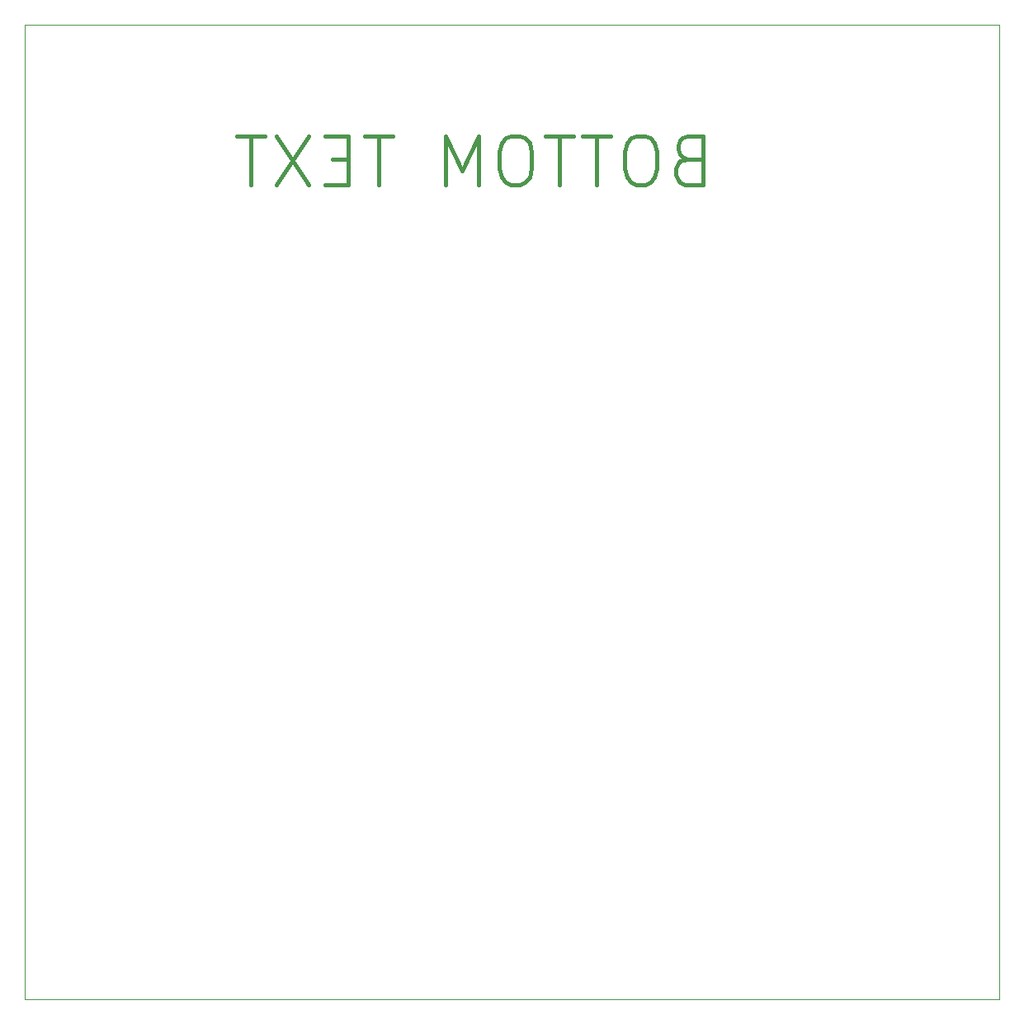
<source format=gbr>
%TF.GenerationSoftware,KiCad,Pcbnew,5.0.2+dfsg1-1*%
%TF.CreationDate,2021-03-05T16:55:40+01:00*%
%TF.ProjectId,XYgen,58596765-6e2e-46b6-9963-61645f706362,rev?*%
%TF.SameCoordinates,Original*%
%TF.FileFunction,Legend,Bot*%
%TF.FilePolarity,Positive*%
%FSLAX46Y46*%
G04 Gerber Fmt 4.6, Leading zero omitted, Abs format (unit mm)*
G04 Created by KiCad (PCBNEW 5.0.2+dfsg1-1) date Fri 05 Mar 2021 04:55:40 PM CET*
%MOMM*%
%LPD*%
G01*
G04 APERTURE LIST*
%ADD10C,0.450000*%
%ADD11C,0.100000*%
G04 APERTURE END LIST*
D10*
X167954761Y-48791857D02*
X167240476Y-49029952D01*
X167002380Y-49268047D01*
X166764285Y-49744238D01*
X166764285Y-50458523D01*
X167002380Y-50934714D01*
X167240476Y-51172809D01*
X167716666Y-51410904D01*
X169621428Y-51410904D01*
X169621428Y-46410904D01*
X167954761Y-46410904D01*
X167478571Y-46649000D01*
X167240476Y-46887095D01*
X167002380Y-47363285D01*
X167002380Y-47839476D01*
X167240476Y-48315666D01*
X167478571Y-48553761D01*
X167954761Y-48791857D01*
X169621428Y-48791857D01*
X163669047Y-46410904D02*
X162716666Y-46410904D01*
X162240476Y-46649000D01*
X161764285Y-47125190D01*
X161526190Y-48077571D01*
X161526190Y-49744238D01*
X161764285Y-50696619D01*
X162240476Y-51172809D01*
X162716666Y-51410904D01*
X163669047Y-51410904D01*
X164145238Y-51172809D01*
X164621428Y-50696619D01*
X164859523Y-49744238D01*
X164859523Y-48077571D01*
X164621428Y-47125190D01*
X164145238Y-46649000D01*
X163669047Y-46410904D01*
X160097619Y-46410904D02*
X157240476Y-46410904D01*
X158669047Y-51410904D02*
X158669047Y-46410904D01*
X156288095Y-46410904D02*
X153430952Y-46410904D01*
X154859523Y-51410904D02*
X154859523Y-46410904D01*
X150811904Y-46410904D02*
X149859523Y-46410904D01*
X149383333Y-46649000D01*
X148907142Y-47125190D01*
X148669047Y-48077571D01*
X148669047Y-49744238D01*
X148907142Y-50696619D01*
X149383333Y-51172809D01*
X149859523Y-51410904D01*
X150811904Y-51410904D01*
X151288095Y-51172809D01*
X151764285Y-50696619D01*
X152002380Y-49744238D01*
X152002380Y-48077571D01*
X151764285Y-47125190D01*
X151288095Y-46649000D01*
X150811904Y-46410904D01*
X146526190Y-51410904D02*
X146526190Y-46410904D01*
X144859523Y-49982333D01*
X143192857Y-46410904D01*
X143192857Y-51410904D01*
X137716666Y-46410904D02*
X134859523Y-46410904D01*
X136288095Y-51410904D02*
X136288095Y-46410904D01*
X133192857Y-48791857D02*
X131526190Y-48791857D01*
X130811904Y-51410904D02*
X133192857Y-51410904D01*
X133192857Y-46410904D01*
X130811904Y-46410904D01*
X129145238Y-46410904D02*
X125811904Y-51410904D01*
X125811904Y-46410904D02*
X129145238Y-51410904D01*
X124621428Y-46410904D02*
X121764285Y-46410904D01*
X123192857Y-51410904D02*
X123192857Y-46410904D01*
D11*
X100000000Y-35000000D02*
X100000000Y-135000000D01*
X200000000Y-35000000D02*
X100000000Y-35000000D01*
X200000000Y-135000000D02*
X200000000Y-35000000D01*
X100000000Y-135000000D02*
X200000000Y-135000000D01*
M02*

</source>
